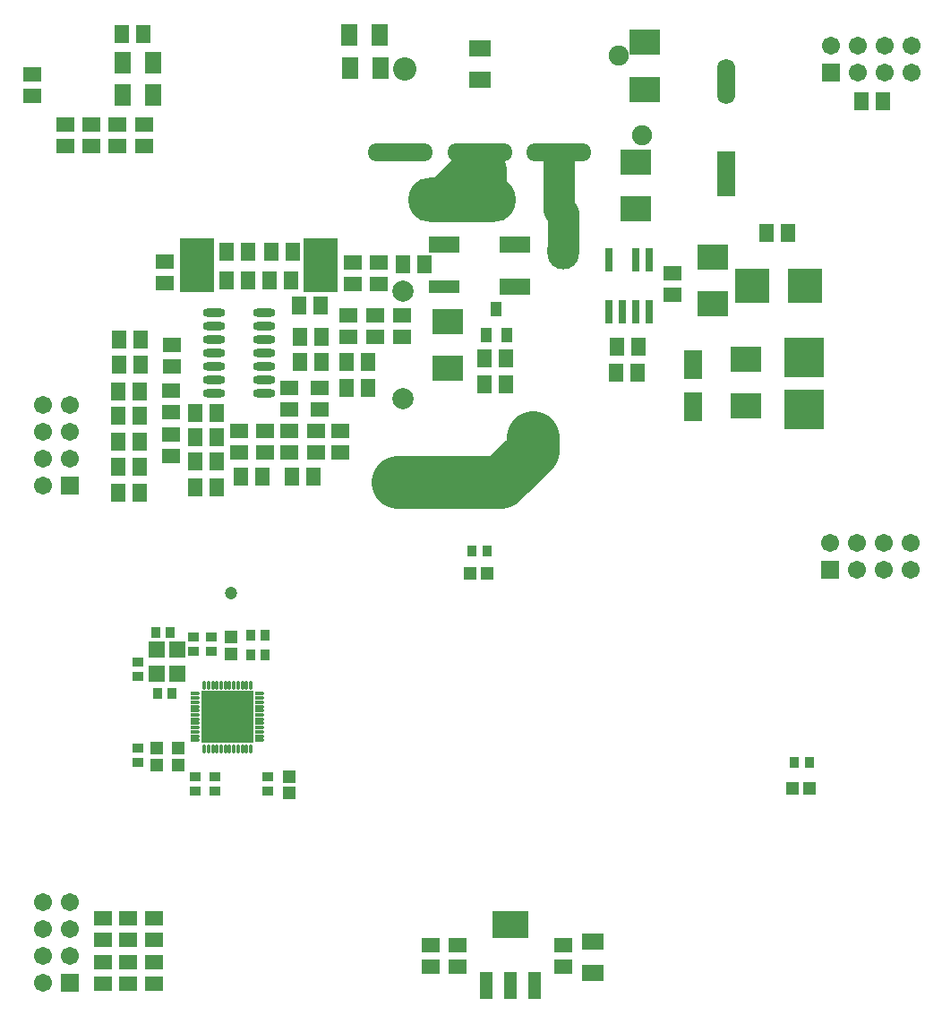
<source format=gts>
G04 Layer_Color=8388736*
%FSLAX44Y44*%
%MOMM*%
G71*
G01*
G75*
%ADD47C,5.0000*%
%ADD48C,3.0000*%
%ADD63O,3.0000X3.5000*%
%ADD64C,3.0000*%
%ADD65C,2.0000*%
%ADD74R,1.8034X1.4732*%
%ADD75R,3.5032X2.6032*%
%ADD76R,1.2032X2.6032*%
%ADD77R,2.0532X1.5032*%
%ADD78R,0.9652X1.0160*%
%ADD79R,1.2032X1.1532*%
%ADD80R,1.1532X1.2032*%
%ADD81R,1.0032X0.9532*%
%ADD82R,1.5032X1.5032*%
%ADD83R,0.9532X1.0032*%
%ADD84C,1.2032*%
%ADD85O,0.4032X0.8532*%
%ADD86O,0.8532X0.4032*%
%ADD87R,4.9032X4.9032*%
%ADD88R,1.4732X1.8034*%
%ADD89R,2.9532X1.6032*%
%ADD90R,2.9532X1.2032*%
%ADD91R,1.7032X2.7032*%
%ADD92R,3.7032X3.7032*%
%ADD93R,3.2032X3.2032*%
%ADD94R,2.9462X2.3622*%
%ADD95R,0.8032X2.2032*%
%ADD96R,1.0532X1.4032*%
%ADD97O,1.7032X4.2672*%
%ADD98R,1.7032X4.2672*%
%ADD99O,2.1032X0.8032*%
%ADD100R,3.2032X5.2032*%
%ADD101R,1.5032X2.0532*%
%ADD102C,1.7032*%
%ADD103R,1.7032X1.7032*%
%ADD104R,1.7032X1.7032*%
%ADD105O,10.2032X4.2032*%
%ADD106C,2.2032*%
%ADD107C,1.9032*%
%ADD108O,6.2032X1.7032*%
D47*
X944020Y803355D02*
X1041520D01*
X1071520Y833355D01*
Y845855D01*
X1021520Y1078355D02*
Y1098355D01*
D48*
X981520Y1073355D02*
X1016520Y1108355D01*
X1096520Y1061355D02*
Y1108355D01*
Y1061355D02*
X1100520Y1057355D01*
Y1024355D02*
Y1057355D01*
D63*
X1101022Y1022429D02*
D03*
D64*
X1075622Y845429D02*
D03*
D65*
X949002Y984429D02*
D03*
X949022Y882429D02*
D03*
D74*
X713500Y329367D02*
D03*
Y349687D02*
D03*
X689500Y329527D02*
D03*
Y349847D02*
D03*
X665500Y349687D02*
D03*
Y329367D02*
D03*
X713500Y391687D02*
D03*
Y371367D02*
D03*
X689500Y391527D02*
D03*
Y371207D02*
D03*
X665500Y371367D02*
D03*
Y391687D02*
D03*
X1100500Y365687D02*
D03*
Y345367D02*
D03*
X975500Y345527D02*
D03*
Y365847D02*
D03*
X1000500Y345367D02*
D03*
Y365687D02*
D03*
X729404Y869999D02*
D03*
Y890319D02*
D03*
X794174Y831899D02*
D03*
Y852219D02*
D03*
X818304Y831899D02*
D03*
Y852219D02*
D03*
X841164Y892859D02*
D03*
Y872539D02*
D03*
Y831899D02*
D03*
Y852219D02*
D03*
X889424Y831899D02*
D03*
Y852219D02*
D03*
X866564Y831899D02*
D03*
Y852219D02*
D03*
X870374Y892859D02*
D03*
Y872539D02*
D03*
X897044Y961439D02*
D03*
Y941119D02*
D03*
X724070Y1011985D02*
D03*
Y991665D02*
D03*
X926000Y1010715D02*
D03*
Y990395D02*
D03*
X1203622Y1001063D02*
D03*
Y980743D02*
D03*
X730420Y933245D02*
D03*
Y912925D02*
D03*
X598340Y1168195D02*
D03*
Y1188515D02*
D03*
X947844Y941119D02*
D03*
Y961439D02*
D03*
X901870Y1010715D02*
D03*
Y990395D02*
D03*
X922444Y961439D02*
D03*
Y941119D02*
D03*
X630090Y1141525D02*
D03*
Y1121205D02*
D03*
X654220Y1141525D02*
D03*
Y1121205D02*
D03*
X678604Y1141779D02*
D03*
Y1121459D02*
D03*
X704004Y1141779D02*
D03*
Y1121459D02*
D03*
X729404Y848409D02*
D03*
Y828089D02*
D03*
D75*
X1050500Y385527D02*
D03*
D76*
X1073500Y327527D02*
D03*
X1050500Y327527D02*
D03*
X1027500Y327527D02*
D03*
D77*
X1128500Y340027D02*
D03*
Y369027D02*
D03*
X1022193Y1184154D02*
D03*
Y1213154D02*
D03*
D78*
X1014515Y738527D02*
D03*
X1028485D02*
D03*
X1333465Y538517D02*
D03*
X1319495D02*
D03*
D79*
X1012500Y717527D02*
D03*
X1028500D02*
D03*
X1333500Y514527D02*
D03*
X1317500D02*
D03*
D80*
X841500Y525527D02*
D03*
Y509527D02*
D03*
X716026Y551951D02*
D03*
Y535951D02*
D03*
X736346Y535951D02*
D03*
Y551951D02*
D03*
X786500Y641527D02*
D03*
Y657527D02*
D03*
D81*
X698500Y552277D02*
D03*
Y538777D02*
D03*
Y619777D02*
D03*
Y633277D02*
D03*
X752586Y511801D02*
D03*
Y525301D02*
D03*
X771636Y511801D02*
D03*
Y525301D02*
D03*
X751360Y656931D02*
D03*
Y643431D02*
D03*
X767500Y657277D02*
D03*
Y643777D02*
D03*
X821166Y511801D02*
D03*
Y525301D02*
D03*
D82*
X716110Y645171D02*
D03*
Y622171D02*
D03*
X735810Y645171D02*
D03*
Y622171D02*
D03*
D83*
X729250Y661527D02*
D03*
X715750D02*
D03*
X717500Y603527D02*
D03*
X731000D02*
D03*
X818500Y658527D02*
D03*
X805000D02*
D03*
Y640527D02*
D03*
X818500D02*
D03*
D84*
X786500Y698527D02*
D03*
D85*
X761250Y551277D02*
D03*
X765250D02*
D03*
X769250D02*
D03*
X773250D02*
D03*
X777250D02*
D03*
X781250D02*
D03*
X785250D02*
D03*
X789250D02*
D03*
X793250D02*
D03*
X797250D02*
D03*
X801250D02*
D03*
X805250D02*
D03*
Y611777D02*
D03*
X801250D02*
D03*
X797250D02*
D03*
X793250D02*
D03*
X789250D02*
D03*
X785250D02*
D03*
X781250D02*
D03*
X777250D02*
D03*
X773250D02*
D03*
X769250D02*
D03*
X765250D02*
D03*
X761250D02*
D03*
D86*
X813500Y559527D02*
D03*
Y563527D02*
D03*
Y567527D02*
D03*
Y571527D02*
D03*
Y575527D02*
D03*
Y579527D02*
D03*
Y583527D02*
D03*
Y587527D02*
D03*
Y591527D02*
D03*
Y595527D02*
D03*
Y599527D02*
D03*
Y603527D02*
D03*
X753000D02*
D03*
Y599527D02*
D03*
Y595527D02*
D03*
Y591527D02*
D03*
Y587527D02*
D03*
Y583527D02*
D03*
Y579527D02*
D03*
Y575527D02*
D03*
Y571527D02*
D03*
Y567527D02*
D03*
Y563527D02*
D03*
Y559527D02*
D03*
D87*
X783250Y581527D02*
D03*
D88*
X772584Y823009D02*
D03*
X752264D02*
D03*
X772584Y845869D02*
D03*
X752264D02*
D03*
X752264Y868729D02*
D03*
X772584D02*
D03*
X948860Y1009445D02*
D03*
X969180D02*
D03*
X844720Y1020875D02*
D03*
X824400D02*
D03*
X782490D02*
D03*
X802810D02*
D03*
X782490Y994205D02*
D03*
X802810D02*
D03*
X871644Y941119D02*
D03*
X851324D02*
D03*
X823130Y994205D02*
D03*
X843450D02*
D03*
X871644Y916989D02*
D03*
X851324D02*
D03*
X871390Y970075D02*
D03*
X851070D02*
D03*
X1026520Y920855D02*
D03*
X1046840D02*
D03*
X1026520Y895855D02*
D03*
X1046840D02*
D03*
X1382184Y1163369D02*
D03*
X1402504D02*
D03*
X1312842Y1038655D02*
D03*
X1292522D02*
D03*
X1151044Y931467D02*
D03*
X1171364D02*
D03*
X1171110Y907083D02*
D03*
X1150790D02*
D03*
X701210Y914195D02*
D03*
X680890D02*
D03*
X701210Y938325D02*
D03*
X680890D02*
D03*
X703750Y1226615D02*
D03*
X683430D02*
D03*
X700194Y889049D02*
D03*
X679874D02*
D03*
X699940Y865935D02*
D03*
X679620D02*
D03*
X679874Y842059D02*
D03*
X700194D02*
D03*
X700194Y817929D02*
D03*
X679874D02*
D03*
X700194Y793799D02*
D03*
X679874D02*
D03*
X916094Y916989D02*
D03*
X895774D02*
D03*
X895774Y892859D02*
D03*
X916094D02*
D03*
X772584Y798879D02*
D03*
X752264D02*
D03*
X815764Y809039D02*
D03*
X795444D02*
D03*
X843704D02*
D03*
X864024D02*
D03*
D89*
X987751Y1028432D02*
D03*
X1055251D02*
D03*
Y988432D02*
D03*
D90*
X987751D02*
D03*
D91*
X1223180Y874891D02*
D03*
Y914891D02*
D03*
D92*
X1328098Y921129D02*
D03*
Y872129D02*
D03*
D93*
X1329606Y989379D02*
D03*
X1279606D02*
D03*
D94*
X1177714Y1218999D02*
D03*
Y1174799D02*
D03*
X1241976Y972107D02*
D03*
Y1016307D02*
D03*
X1273726Y875841D02*
D03*
Y920041D02*
D03*
X1168824Y1061513D02*
D03*
Y1105713D02*
D03*
X991024Y911399D02*
D03*
Y955599D02*
D03*
D95*
X1181778Y1013509D02*
D03*
X1169078D02*
D03*
X1143678D02*
D03*
X1181778Y964509D02*
D03*
X1169078D02*
D03*
X1156378D02*
D03*
X1143678D02*
D03*
D96*
X1028006Y942335D02*
D03*
X1046904Y942389D02*
D03*
X1037506Y967335D02*
D03*
D97*
X1254422Y1182165D02*
D03*
D98*
Y1094535D02*
D03*
D99*
X817674Y887779D02*
D03*
Y900479D02*
D03*
Y913179D02*
D03*
Y925879D02*
D03*
Y938579D02*
D03*
Y951279D02*
D03*
Y963979D02*
D03*
X770674Y887779D02*
D03*
Y900479D02*
D03*
Y913179D02*
D03*
Y925879D02*
D03*
Y938579D02*
D03*
Y951279D02*
D03*
Y963979D02*
D03*
D100*
X871390Y1008175D02*
D03*
X754550D02*
D03*
D101*
X713170Y1199945D02*
D03*
X684170D02*
D03*
X713170Y1169465D02*
D03*
X684170D02*
D03*
X927502Y1226251D02*
D03*
X898502D02*
D03*
X927975Y1194923D02*
D03*
X898975D02*
D03*
D102*
X1429554Y746289D02*
D03*
Y720889D02*
D03*
X1404154Y746289D02*
D03*
Y720889D02*
D03*
X1378754Y746289D02*
D03*
Y720889D02*
D03*
X1353354Y746289D02*
D03*
X608880Y406437D02*
D03*
X634280D02*
D03*
X608880Y381037D02*
D03*
X634280D02*
D03*
X608880Y355637D02*
D03*
X634280D02*
D03*
X608880Y330237D02*
D03*
X608804Y800329D02*
D03*
X634204Y825729D02*
D03*
X608804D02*
D03*
X634204Y851129D02*
D03*
X608804D02*
D03*
X634204Y876529D02*
D03*
X608804D02*
D03*
X1353403Y1216129D02*
D03*
X1378803Y1190729D02*
D03*
Y1216129D02*
D03*
X1404203Y1190729D02*
D03*
Y1216129D02*
D03*
X1429603Y1190729D02*
D03*
Y1216129D02*
D03*
D103*
X1353354Y720889D02*
D03*
X1353403Y1190729D02*
D03*
D104*
X634280Y330237D02*
D03*
X634204Y800329D02*
D03*
D105*
X971520Y800855D02*
D03*
X1004994Y1070659D02*
D03*
D106*
X950638Y1194357D02*
D03*
D107*
X1153174Y1206619D02*
D03*
X1175174Y1131619D02*
D03*
D108*
X1096505Y1115433D02*
D03*
X1021505D02*
D03*
X946505D02*
D03*
M02*

</source>
